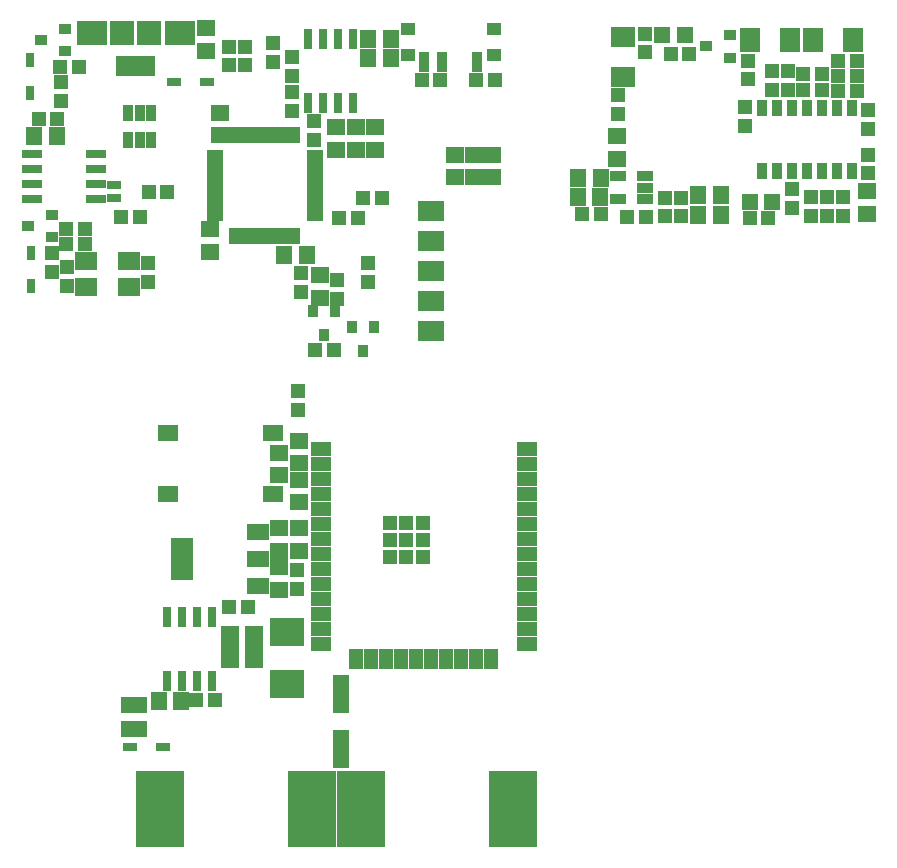
<source format=gtp>
G04*
G04 #@! TF.GenerationSoftware,Altium Limited,Altium Designer,21.7.1 (17)*
G04*
G04 Layer_Color=8421504*
%FSLAX25Y25*%
%MOIN*%
G70*
G04*
G04 #@! TF.SameCoordinates,E541626C-5F42-4904-A579-91A45D143E40*
G04*
G04*
G04 #@! TF.FilePolarity,Positive*
G04*
G01*
G75*
%ADD25R,0.05134X0.03165*%
%ADD26R,0.16354X0.25410*%
%ADD27R,0.04543X0.04543*%
%ADD28R,0.04543X0.06906*%
%ADD29R,0.06906X0.04543*%
%ADD30R,0.08520X0.06512*%
%ADD31R,0.05724X0.12811*%
%ADD32R,0.05488X0.05724*%
%ADD33R,0.02575X0.06512*%
%ADD34R,0.08087X0.08480*%
%ADD35R,0.10055X0.08480*%
%ADD36R,0.08874X0.05331*%
%ADD37R,0.11799X0.09500*%
%ADD38R,0.03362X0.05724*%
%ADD39R,0.08087X0.06984*%
%ADD40R,0.04543X0.04799*%
%ADD41R,0.04799X0.04543*%
%ADD42R,0.06118X0.14386*%
%ADD43R,0.04937X0.04150*%
%ADD44R,0.03756X0.06906*%
%ADD45R,0.06906X0.05724*%
%ADD46R,0.06984X0.08480*%
%ADD47R,0.06118X0.05488*%
%ADD48R,0.05488X0.06118*%
%ADD49R,0.04799X0.04937*%
%ADD50R,0.04937X0.04799*%
%ADD51R,0.05724X0.03362*%
%ADD52R,0.04150X0.03362*%
%ADD53R,0.03362X0.04150*%
%ADD54R,0.03165X0.05134*%
%ADD55R,0.07299X0.05921*%
%ADD56R,0.07299X0.05724*%
%ADD57R,0.07299X0.13992*%
%ADD58R,0.03284X0.05646*%
%ADD59R,0.02181X0.05724*%
%ADD60R,0.05724X0.02181*%
%ADD61R,0.02969X0.06906*%
%ADD62R,0.06906X0.02969*%
%ADD63R,0.04937X0.02969*%
D25*
X160630Y41732D02*
D03*
X149606D02*
D03*
X175400Y263400D02*
D03*
X164376D02*
D03*
D26*
X159618Y20894D02*
D03*
X210405D02*
D03*
X277335D02*
D03*
X226547D02*
D03*
D27*
X236250Y105127D02*
D03*
X241761D02*
D03*
X247273D02*
D03*
Y116150D02*
D03*
X241761D02*
D03*
X236250D02*
D03*
Y110638D02*
D03*
X247273D02*
D03*
X241761D02*
D03*
D28*
X270158Y71122D02*
D03*
X265158D02*
D03*
X260158D02*
D03*
X255158D02*
D03*
X250158D02*
D03*
X245158D02*
D03*
X240158D02*
D03*
X235158D02*
D03*
X230158D02*
D03*
X225158D02*
D03*
D29*
X213189Y76024D02*
D03*
Y81024D02*
D03*
Y86024D02*
D03*
Y91024D02*
D03*
Y96024D02*
D03*
Y101024D02*
D03*
Y106024D02*
D03*
Y111024D02*
D03*
Y116024D02*
D03*
Y121024D02*
D03*
Y126024D02*
D03*
Y131024D02*
D03*
Y136024D02*
D03*
Y141024D02*
D03*
X282087Y76024D02*
D03*
Y81024D02*
D03*
Y86024D02*
D03*
Y91024D02*
D03*
Y96024D02*
D03*
Y101024D02*
D03*
Y106024D02*
D03*
Y111024D02*
D03*
Y116024D02*
D03*
Y121024D02*
D03*
Y126024D02*
D03*
Y131024D02*
D03*
Y136024D02*
D03*
Y141024D02*
D03*
D30*
X250000Y180400D02*
D03*
Y190400D02*
D03*
Y200400D02*
D03*
Y210400D02*
D03*
Y220400D02*
D03*
D31*
X219882Y59449D02*
D03*
Y40945D02*
D03*
D32*
X356260Y223400D02*
D03*
X363740D02*
D03*
X334540Y278800D02*
D03*
X327060D02*
D03*
D33*
X156739Y268710D02*
D03*
X154180D02*
D03*
X151620D02*
D03*
X149061D02*
D03*
X146502D02*
D03*
D34*
X147093Y279537D02*
D03*
X156148D02*
D03*
D35*
X136857D02*
D03*
X166384D02*
D03*
D36*
X151181Y55610D02*
D03*
Y47539D02*
D03*
D37*
X202000Y80101D02*
D03*
Y62699D02*
D03*
D38*
X149160Y244045D02*
D03*
X152900D02*
D03*
X156640D02*
D03*
X149160Y253100D02*
D03*
X152900D02*
D03*
X156640D02*
D03*
D39*
X313970Y278322D02*
D03*
Y264857D02*
D03*
D40*
X126841Y263149D02*
D03*
Y256948D02*
D03*
X123600Y200100D02*
D03*
Y206300D02*
D03*
X206693Y193356D02*
D03*
Y199557D02*
D03*
X203800Y253700D02*
D03*
Y259900D02*
D03*
X197200Y270100D02*
D03*
Y276300D02*
D03*
X211000Y244100D02*
D03*
Y250300D02*
D03*
X203800Y265300D02*
D03*
Y271500D02*
D03*
X187900Y268800D02*
D03*
Y275000D02*
D03*
X182600Y268800D02*
D03*
Y275000D02*
D03*
X218600Y197300D02*
D03*
Y191100D02*
D03*
X229000Y196700D02*
D03*
Y202900D02*
D03*
X355703Y264158D02*
D03*
Y270359D02*
D03*
X312200Y252700D02*
D03*
Y258900D02*
D03*
X369000Y266800D02*
D03*
Y260599D02*
D03*
X333268Y218489D02*
D03*
Y224690D02*
D03*
X328118Y218489D02*
D03*
Y224690D02*
D03*
X370200Y221300D02*
D03*
Y227500D02*
D03*
X387200Y224900D02*
D03*
Y218700D02*
D03*
X376800Y218700D02*
D03*
Y224900D02*
D03*
X321451Y273213D02*
D03*
Y279414D02*
D03*
X395600Y247700D02*
D03*
Y253900D02*
D03*
D41*
X132648Y268317D02*
D03*
X126447D02*
D03*
X128500Y209200D02*
D03*
X134700D02*
D03*
X128500Y214200D02*
D03*
X134700D02*
D03*
X162100Y226700D02*
D03*
X155900D02*
D03*
X153000Y218400D02*
D03*
X146799D02*
D03*
X246914Y263937D02*
D03*
X253115D02*
D03*
X225700Y217800D02*
D03*
X219500D02*
D03*
X227500Y224600D02*
D03*
X233700D02*
D03*
X211467Y174016D02*
D03*
X217667D02*
D03*
X265000Y264000D02*
D03*
X271200D02*
D03*
X374148Y260772D02*
D03*
X380349D02*
D03*
X391972Y270408D02*
D03*
X385771D02*
D03*
X385821Y265290D02*
D03*
X392021D02*
D03*
X315400Y218400D02*
D03*
X321600D02*
D03*
X356292Y217839D02*
D03*
X362493D02*
D03*
X329964Y272573D02*
D03*
X336165D02*
D03*
D42*
X182874Y75000D02*
D03*
X191142D02*
D03*
D43*
X242193Y272381D02*
D03*
Y281042D02*
D03*
X270933D02*
D03*
Y272381D02*
D03*
D44*
X265420Y269822D02*
D03*
X247703D02*
D03*
X253609D02*
D03*
D45*
X162402Y146457D02*
D03*
Y125984D02*
D03*
X197441Y146457D02*
D03*
Y125984D02*
D03*
D46*
X369732Y277298D02*
D03*
X356268D02*
D03*
X377317D02*
D03*
X390781D02*
D03*
D47*
X199409Y101575D02*
D03*
Y94095D02*
D03*
Y107087D02*
D03*
Y114567D02*
D03*
X205906Y107087D02*
D03*
Y114567D02*
D03*
X175000Y281140D02*
D03*
Y273660D02*
D03*
X264369Y238961D02*
D03*
Y231480D02*
D03*
X258069Y238961D02*
D03*
Y231480D02*
D03*
X270400Y238961D02*
D03*
Y231480D02*
D03*
X213000Y198940D02*
D03*
Y191460D02*
D03*
X224981Y248210D02*
D03*
Y240730D02*
D03*
X218482Y248210D02*
D03*
Y240730D02*
D03*
X231477Y248210D02*
D03*
Y240730D02*
D03*
X176400Y206660D02*
D03*
Y214140D02*
D03*
X179600Y253080D02*
D03*
Y245600D02*
D03*
X205906Y123228D02*
D03*
Y130709D02*
D03*
X199409Y139764D02*
D03*
Y132283D02*
D03*
X205906Y143701D02*
D03*
Y136221D02*
D03*
X395200Y219460D02*
D03*
Y226940D02*
D03*
X312000Y245140D02*
D03*
Y237660D02*
D03*
D48*
X159260Y56800D02*
D03*
X166740D02*
D03*
X236580Y271203D02*
D03*
X229100D02*
D03*
X125219Y245276D02*
D03*
X117739D02*
D03*
X236580Y277699D02*
D03*
X229100D02*
D03*
X208640Y205700D02*
D03*
X201160D02*
D03*
X346648Y218833D02*
D03*
X339167D02*
D03*
X346648Y225615D02*
D03*
X339167D02*
D03*
X299042Y231306D02*
D03*
X306522D02*
D03*
X299000Y224936D02*
D03*
X306481D02*
D03*
D49*
X177900Y57367D02*
D03*
X171700D02*
D03*
X182726Y88386D02*
D03*
X188927D02*
D03*
X125500Y251000D02*
D03*
X119300D02*
D03*
X374148Y265890D02*
D03*
X380349D02*
D03*
X300500Y219200D02*
D03*
X306700D02*
D03*
X385821Y260172D02*
D03*
X392021D02*
D03*
D50*
X205315Y100541D02*
D03*
Y94340D02*
D03*
X128600Y201500D02*
D03*
Y195300D02*
D03*
X155800Y196700D02*
D03*
Y202900D02*
D03*
X354718Y254857D02*
D03*
Y248656D02*
D03*
X363800Y266800D02*
D03*
Y260599D02*
D03*
X395800Y239100D02*
D03*
Y232900D02*
D03*
X382000Y218700D02*
D03*
Y224900D02*
D03*
X205600Y154100D02*
D03*
Y160300D02*
D03*
D51*
X321355Y231800D02*
D03*
X312300Y224320D02*
D03*
Y231800D02*
D03*
X321355Y228060D02*
D03*
Y224320D02*
D03*
D52*
X128022Y273632D02*
D03*
X120148Y277372D02*
D03*
X128022Y281112D02*
D03*
X123622Y211614D02*
D03*
X115748Y215354D02*
D03*
X123622Y219094D02*
D03*
X349600Y271392D02*
D03*
X341726Y275132D02*
D03*
X349600Y278873D02*
D03*
D53*
X218110Y186811D02*
D03*
X214370Y178937D02*
D03*
X210630Y186811D02*
D03*
X231102Y181496D02*
D03*
X227362Y173622D02*
D03*
X223622Y181496D02*
D03*
D54*
X116500Y259688D02*
D03*
Y270712D02*
D03*
X116535Y195276D02*
D03*
Y206299D02*
D03*
D55*
X134916Y194869D02*
D03*
Y203531D02*
D03*
X149484Y194869D02*
D03*
Y203531D02*
D03*
D56*
X192323Y95276D02*
D03*
Y104331D02*
D03*
Y113386D02*
D03*
D57*
X167126Y104331D02*
D03*
D58*
X390191Y233558D02*
D03*
X385191D02*
D03*
X380191D02*
D03*
X375191D02*
D03*
X370191D02*
D03*
X365191D02*
D03*
X360191D02*
D03*
Y254503D02*
D03*
X365191D02*
D03*
X370191D02*
D03*
X375191D02*
D03*
X380191D02*
D03*
X385191D02*
D03*
X390191D02*
D03*
D59*
X183759Y211998D02*
D03*
X185728D02*
D03*
X187696D02*
D03*
X189665D02*
D03*
X191633D02*
D03*
X193602D02*
D03*
X195570D02*
D03*
X197539D02*
D03*
X199507D02*
D03*
X201476D02*
D03*
X205413D02*
D03*
Y245463D02*
D03*
X203444D02*
D03*
X201476D02*
D03*
X199507D02*
D03*
X197539D02*
D03*
X195570D02*
D03*
X193602D02*
D03*
X191633D02*
D03*
X189665D02*
D03*
X187696D02*
D03*
X185728D02*
D03*
X183759D02*
D03*
X203444Y211998D02*
D03*
D60*
X211318Y217904D02*
D03*
Y219872D02*
D03*
Y221841D02*
D03*
Y223810D02*
D03*
Y225778D02*
D03*
Y227747D02*
D03*
Y229715D02*
D03*
Y231683D02*
D03*
Y233652D02*
D03*
Y235620D02*
D03*
Y237589D02*
D03*
Y239558D02*
D03*
X177854D02*
D03*
Y237589D02*
D03*
Y235620D02*
D03*
Y233652D02*
D03*
Y231683D02*
D03*
Y229715D02*
D03*
Y227747D02*
D03*
Y225778D02*
D03*
Y223810D02*
D03*
Y221841D02*
D03*
Y219872D02*
D03*
Y217904D02*
D03*
D61*
X177185Y84842D02*
D03*
X172185D02*
D03*
X167185D02*
D03*
X162185D02*
D03*
X177185Y63583D02*
D03*
X172185D02*
D03*
X167185D02*
D03*
X162185D02*
D03*
X208900Y256370D02*
D03*
X213900D02*
D03*
X218900D02*
D03*
X223900D02*
D03*
X208900Y277630D02*
D03*
X213900D02*
D03*
X218900D02*
D03*
X223900D02*
D03*
D62*
X138189Y224390D02*
D03*
Y229390D02*
D03*
Y234390D02*
D03*
Y239390D02*
D03*
X116929Y224390D02*
D03*
Y229390D02*
D03*
Y234390D02*
D03*
Y239390D02*
D03*
D63*
X144200Y224735D02*
D03*
Y229065D02*
D03*
M02*

</source>
